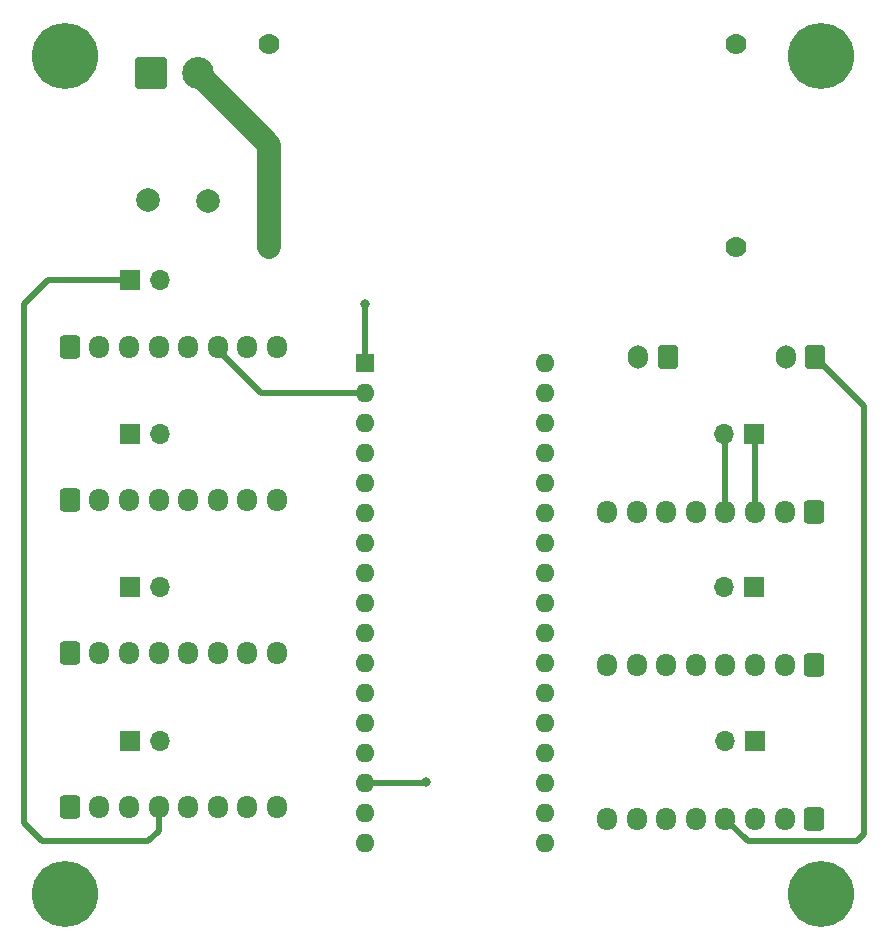
<source format=gbr>
%TF.GenerationSoftware,KiCad,Pcbnew,7.0.2-0*%
%TF.CreationDate,2024-10-30T20:34:35-04:00*%
%TF.ProjectId,motherboard,6d6f7468-6572-4626-9f61-72642e6b6963,rev?*%
%TF.SameCoordinates,Original*%
%TF.FileFunction,Copper,L1,Top*%
%TF.FilePolarity,Positive*%
%FSLAX46Y46*%
G04 Gerber Fmt 4.6, Leading zero omitted, Abs format (unit mm)*
G04 Created by KiCad (PCBNEW 7.0.2-0) date 2024-10-30 20:34:35*
%MOMM*%
%LPD*%
G01*
G04 APERTURE LIST*
G04 Aperture macros list*
%AMRoundRect*
0 Rectangle with rounded corners*
0 $1 Rounding radius*
0 $2 $3 $4 $5 $6 $7 $8 $9 X,Y pos of 4 corners*
0 Add a 4 corners polygon primitive as box body*
4,1,4,$2,$3,$4,$5,$6,$7,$8,$9,$2,$3,0*
0 Add four circle primitives for the rounded corners*
1,1,$1+$1,$2,$3*
1,1,$1+$1,$4,$5*
1,1,$1+$1,$6,$7*
1,1,$1+$1,$8,$9*
0 Add four rect primitives between the rounded corners*
20,1,$1+$1,$2,$3,$4,$5,0*
20,1,$1+$1,$4,$5,$6,$7,0*
20,1,$1+$1,$6,$7,$8,$9,0*
20,1,$1+$1,$8,$9,$2,$3,0*%
G04 Aperture macros list end*
%TA.AperFunction,ComponentPad*%
%ADD10RoundRect,0.250000X0.600000X0.725000X-0.600000X0.725000X-0.600000X-0.725000X0.600000X-0.725000X0*%
%TD*%
%TA.AperFunction,ComponentPad*%
%ADD11O,1.700000X1.950000*%
%TD*%
%TA.AperFunction,ComponentPad*%
%ADD12R,1.700000X1.700000*%
%TD*%
%TA.AperFunction,ComponentPad*%
%ADD13O,1.700000X1.700000*%
%TD*%
%TA.AperFunction,ComponentPad*%
%ADD14RoundRect,0.250000X0.600000X0.750000X-0.600000X0.750000X-0.600000X-0.750000X0.600000X-0.750000X0*%
%TD*%
%TA.AperFunction,ComponentPad*%
%ADD15O,1.700000X2.000000*%
%TD*%
%TA.AperFunction,ComponentPad*%
%ADD16RoundRect,0.250000X-0.600000X-0.725000X0.600000X-0.725000X0.600000X0.725000X-0.600000X0.725000X0*%
%TD*%
%TA.AperFunction,ComponentPad*%
%ADD17C,5.600000*%
%TD*%
%TA.AperFunction,ComponentPad*%
%ADD18C,2.000000*%
%TD*%
%TA.AperFunction,ComponentPad*%
%ADD19C,1.778000*%
%TD*%
%TA.AperFunction,ComponentPad*%
%ADD20RoundRect,0.250001X-1.099999X-1.099999X1.099999X-1.099999X1.099999X1.099999X-1.099999X1.099999X0*%
%TD*%
%TA.AperFunction,ComponentPad*%
%ADD21C,2.700000*%
%TD*%
%TA.AperFunction,ComponentPad*%
%ADD22R,1.600000X1.600000*%
%TD*%
%TA.AperFunction,ComponentPad*%
%ADD23O,1.600000X1.600000*%
%TD*%
%TA.AperFunction,ViaPad*%
%ADD24C,0.800000*%
%TD*%
%TA.AperFunction,Conductor*%
%ADD25C,0.500000*%
%TD*%
%TA.AperFunction,Conductor*%
%ADD26C,2.000000*%
%TD*%
G04 APERTURE END LIST*
D10*
%TO.P,J8,1,Pin_1*%
%TO.N,+5V*%
X110380000Y-88605000D03*
D11*
%TO.P,J8,2,Pin_2*%
%TO.N,GND*%
X107880000Y-88605000D03*
%TO.P,J8,3,Pin_3*%
%TO.N,Net-(J14-Pin_2)*%
X105380000Y-88605000D03*
%TO.P,J8,4,Pin_4*%
%TO.N,Net-(J15-Pin_2)*%
X102880000Y-88605000D03*
%TO.P,J8,5,Pin_5*%
%TO.N,AREF*%
X100380000Y-88605000D03*
%TO.P,J8,6,Pin_6*%
%TO.N,AXIS 1*%
X97880000Y-88605000D03*
%TO.P,J8,7,Pin_7*%
%TO.N,AXIS 2*%
X95380000Y-88605000D03*
%TO.P,J8,8,Pin_8*%
%TO.N,TWIST 1*%
X92880000Y-88605000D03*
%TD*%
D12*
%TO.P,J17,1,Pin_1*%
%TO.N,Net-(J11-Pin_2)*%
X52500000Y-82000000D03*
D13*
%TO.P,J17,2,Pin_2*%
%TO.N,Net-(J12-Pin_1)*%
X55040000Y-82000000D03*
%TD*%
D14*
%TO.P,J10,1,Pin_1*%
%TO.N,Net-(J10-Pin_1)*%
X98000000Y-62500000D03*
D15*
%TO.P,J10,2,Pin_2*%
%TO.N,unconnected-(J10-Pin_2-Pad2)*%
X95500000Y-62500000D03*
%TD*%
D12*
%TO.P,J12,1,Pin_1*%
%TO.N,Net-(J12-Pin_1)*%
X52500000Y-95000000D03*
D13*
%TO.P,J12,2,Pin_2*%
%TO.N,Net-(J12-Pin_2)*%
X55040000Y-95000000D03*
%TD*%
D10*
%TO.P,J9,1,Pin_1*%
%TO.N,+5V*%
X110380000Y-101605000D03*
D11*
%TO.P,J9,2,Pin_2*%
%TO.N,GND*%
X107880000Y-101605000D03*
%TO.P,J9,3,Pin_3*%
%TO.N,Net-(J15-Pin_2)*%
X105380000Y-101605000D03*
%TO.P,J9,4,Pin_4*%
%TO.N,Net-(J16-Pin_2)*%
X102880000Y-101605000D03*
%TO.P,J9,5,Pin_5*%
%TO.N,AREF*%
X100380000Y-101605000D03*
%TO.P,J9,6,Pin_6*%
%TO.N,AXIS 3*%
X97880000Y-101605000D03*
%TO.P,J9,7,Pin_7*%
%TO.N,AXIS 4*%
X95380000Y-101605000D03*
%TO.P,J9,8,Pin_8*%
%TO.N,TWIST 2 {slash} BT12*%
X92880000Y-101605000D03*
%TD*%
D16*
%TO.P,J3,1,Pin_1*%
%TO.N,+5V*%
X47380000Y-74605000D03*
D11*
%TO.P,J3,2,Pin_2*%
%TO.N,GND*%
X49880000Y-74605000D03*
%TO.P,J3,3,Pin_3*%
%TO.N,LED DOUT*%
X52380000Y-74605000D03*
%TO.P,J3,4,Pin_4*%
%TO.N,Net-(J11-Pin_2)*%
X54880000Y-74605000D03*
%TO.P,J3,5,Pin_5*%
%TO.N,BUTTON 1*%
X57380000Y-74605000D03*
%TO.P,J3,6,Pin_6*%
%TO.N,BUTTON 2*%
X59880000Y-74605000D03*
%TO.P,J3,7,Pin_7*%
%TO.N,BUTTON 3*%
X62380000Y-74605000D03*
%TO.P,J3,8,Pin_8*%
%TO.N,BUTTON 4*%
X64880000Y-74605000D03*
%TD*%
D17*
%TO.P,H1,1*%
%TO.N,N/C*%
X47000000Y-37000000D03*
%TD*%
D10*
%TO.P,J4,1,Pin_1*%
%TO.N,+5V*%
X110380000Y-75605000D03*
D11*
%TO.P,J4,2,Pin_2*%
%TO.N,GND*%
X107880000Y-75605000D03*
%TO.P,J4,3,Pin_3*%
%TO.N,Net-(J13-Pin_2)*%
X105380000Y-75605000D03*
%TO.P,J4,4,Pin_4*%
%TO.N,Net-(J14-Pin_2)*%
X102880000Y-75605000D03*
%TO.P,J4,5,Pin_5*%
%TO.N,AREF*%
X100380000Y-75605000D03*
%TO.P,J4,6,Pin_6*%
%TO.N,TRIGGER 1*%
X97880000Y-75605000D03*
%TO.P,J4,7,Pin_7*%
%TO.N,TRIGGER 2*%
X95380000Y-75605000D03*
%TO.P,J4,8,Pin_8*%
%TO.N,BUTTON 11*%
X92880000Y-75605000D03*
%TD*%
D12*
%TO.P,J14,1,Pin_1*%
%TO.N,Net-(J13-Pin_2)*%
X105275000Y-69000000D03*
D13*
%TO.P,J14,2,Pin_2*%
%TO.N,Net-(J14-Pin_2)*%
X102735000Y-69000000D03*
%TD*%
D16*
%TO.P,J5,1,Pin_1*%
%TO.N,+5V*%
X47380000Y-87605000D03*
D11*
%TO.P,J5,2,Pin_2*%
%TO.N,GND*%
X49880000Y-87605000D03*
%TO.P,J5,3,Pin_3*%
%TO.N,Net-(J11-Pin_2)*%
X52380000Y-87605000D03*
%TO.P,J5,4,Pin_4*%
%TO.N,Net-(J12-Pin_1)*%
X54880000Y-87605000D03*
%TO.P,J5,5,Pin_5*%
%TO.N,BUTTON 5*%
X57380000Y-87605000D03*
%TO.P,J5,6,Pin_6*%
%TO.N,BUTTON 6*%
X59880000Y-87605000D03*
%TO.P,J5,7,Pin_7*%
%TO.N,BUTTON 7*%
X62380000Y-87605000D03*
%TO.P,J5,8,Pin_8*%
%TO.N,BUTTON 8*%
X64880000Y-87605000D03*
%TD*%
D18*
%TO.P,F1,1*%
%TO.N,Net-(J1-Pin_1)*%
X53960000Y-49250000D03*
%TO.P,F1,2*%
%TO.N,Net-(U2-IN+)*%
X59040000Y-49260000D03*
%TD*%
D12*
%TO.P,J16,1,Pin_1*%
%TO.N,Net-(J15-Pin_2)*%
X105380000Y-95000000D03*
D13*
%TO.P,J16,2,Pin_2*%
%TO.N,Net-(J16-Pin_2)*%
X102840000Y-95000000D03*
%TD*%
D12*
%TO.P,J13,1,Pin_1*%
%TO.N,Net-(J12-Pin_2)*%
X52500000Y-56000000D03*
D13*
%TO.P,J13,2,Pin_2*%
%TO.N,Net-(J13-Pin_2)*%
X55040000Y-56000000D03*
%TD*%
D17*
%TO.P,H2,1*%
%TO.N,N/C*%
X111000000Y-37000000D03*
%TD*%
D16*
%TO.P,J7,1,Pin_1*%
%TO.N,+5V*%
X47380000Y-61685000D03*
D11*
%TO.P,J7,2,Pin_2*%
%TO.N,GND*%
X49880000Y-61685000D03*
%TO.P,J7,3,Pin_3*%
%TO.N,Net-(J12-Pin_2)*%
X52380000Y-61685000D03*
%TO.P,J7,4,Pin_4*%
%TO.N,Net-(J13-Pin_2)*%
X54880000Y-61685000D03*
%TO.P,J7,5,Pin_5*%
%TO.N,DPAD UP*%
X57380000Y-61685000D03*
%TO.P,J7,6,Pin_6*%
%TO.N,DPAD DOWN*%
X59880000Y-61685000D03*
%TO.P,J7,7,Pin_7*%
%TO.N,DPAD LEFT*%
X62380000Y-61685000D03*
%TO.P,J7,8,Pin_8*%
%TO.N,DPAD RIGHT*%
X64880000Y-61685000D03*
%TD*%
D17*
%TO.P,H4,1*%
%TO.N,N/C*%
X47000000Y-108000000D03*
%TD*%
D19*
%TO.P,U2,1,IN+*%
%TO.N,Net-(U2-IN+)*%
X64271000Y-36033000D03*
%TO.P,U2,2,IN-*%
%TO.N,GND*%
X64271000Y-53178000D03*
%TO.P,U2,3,OUT+*%
%TO.N,+5V*%
X103769000Y-36033000D03*
%TO.P,U2,4,OUT-*%
%TO.N,GND*%
X103769000Y-53178000D03*
%TD*%
D12*
%TO.P,J15,1,Pin_1*%
%TO.N,Net-(J14-Pin_2)*%
X105275000Y-82000000D03*
D13*
%TO.P,J15,2,Pin_2*%
%TO.N,Net-(J15-Pin_2)*%
X102735000Y-82000000D03*
%TD*%
D20*
%TO.P,J1,1,Pin_1*%
%TO.N,Net-(J1-Pin_1)*%
X54242500Y-38450000D03*
D21*
%TO.P,J1,2,Pin_2*%
%TO.N,GND*%
X58202500Y-38450000D03*
%TD*%
D14*
%TO.P,J2,1,Pin_1*%
%TO.N,Net-(J16-Pin_2)*%
X110500000Y-62500000D03*
D15*
%TO.P,J2,2,Pin_2*%
%TO.N,Net-(J10-Pin_1)*%
X108000000Y-62500000D03*
%TD*%
D22*
%TO.P,U1,1,D16*%
%TO.N,DPAD UP*%
X72380000Y-63045000D03*
D23*
%TO.P,U1,2,D17*%
%TO.N,DPAD DOWN*%
X72380000Y-65585000D03*
%TO.P,U1,3,D1/TX*%
%TO.N,BUTTON 1*%
X72380000Y-68125000D03*
%TO.P,U1,4,D0/RX*%
%TO.N,LED DOUT*%
X72380000Y-70665000D03*
%TO.P,U1,5,RESET*%
%TO.N,unconnected-(U1-RESET-Pad5)*%
X72380000Y-73205000D03*
%TO.P,U1,6,GND*%
%TO.N,GND*%
X72380000Y-75745000D03*
%TO.P,U1,7,D2/SDA*%
%TO.N,BUTTON 2*%
X72380000Y-78285000D03*
%TO.P,U1,8,~D3/SCL*%
%TO.N,BUTTON 3*%
X72380000Y-80825000D03*
%TO.P,U1,9,D4/A6*%
%TO.N,BUTTON 4*%
X72380000Y-83365000D03*
%TO.P,U1,10,~D5*%
%TO.N,BUTTON 5*%
X72380000Y-85905000D03*
%TO.P,U1,11,~D6/A7*%
%TO.N,BUTTON 6*%
X72380000Y-88445000D03*
%TO.P,U1,12,D7*%
%TO.N,BUTTON 7*%
X72380000Y-90985000D03*
%TO.P,U1,13,D8/A8*%
%TO.N,BUTTON 8*%
X72380000Y-93525000D03*
%TO.P,U1,14,~D9/A9*%
%TO.N,BUTTON 9*%
X72380000Y-96065000D03*
%TO.P,U1,15,~D10/A10*%
%TO.N,TWIST 1*%
X72380000Y-98605000D03*
%TO.P,U1,16,~D11*%
%TO.N,BUTTON 11*%
X72380000Y-101145000D03*
%TO.P,U1,17,D12/A11*%
%TO.N,TWIST 2 {slash} BT12*%
X72380000Y-103685000D03*
%TO.P,U1,18,~D13*%
%TO.N,BUTTON 10*%
X87620000Y-103685000D03*
%TO.P,U1,19,3V3*%
%TO.N,unconnected-(U1-3V3-Pad19)*%
X87620000Y-101145000D03*
%TO.P,U1,20,AREF*%
%TO.N,AREF*%
X87620000Y-98605000D03*
%TO.P,U1,21,A0/D18*%
%TO.N,AXIS 4*%
X87620000Y-96065000D03*
%TO.P,U1,22,A1/D19*%
%TO.N,AXIS 3*%
X87620000Y-93525000D03*
%TO.P,U1,23,A2/D20*%
%TO.N,AXIS 2*%
X87620000Y-90985000D03*
%TO.P,U1,24,A3/D21*%
%TO.N,AXIS 1*%
X87620000Y-88445000D03*
%TO.P,U1,25,A4/D22*%
%TO.N,TRIGGER 2*%
X87620000Y-85905000D03*
%TO.P,U1,26,A5/D23*%
%TO.N,TRIGGER 1*%
X87620000Y-83365000D03*
%TO.P,U1,27,NC*%
%TO.N,unconnected-(U1-NC-Pad27)*%
X87620000Y-80825000D03*
%TO.P,U1,28,NC*%
%TO.N,unconnected-(U1-NC-Pad28)*%
X87620000Y-78285000D03*
%TO.P,U1,29,+5V*%
%TO.N,+5V*%
X87620000Y-75745000D03*
%TO.P,U1,30,RESET*%
%TO.N,unconnected-(U1-RESET-Pad30)*%
X87620000Y-73205000D03*
%TO.P,U1,31,GND*%
%TO.N,GND*%
X87620000Y-70665000D03*
%TO.P,U1,32,VIN*%
%TO.N,unconnected-(U1-VIN-Pad32)*%
X87620000Y-68125000D03*
%TO.P,U1,33,D14*%
%TO.N,DPAD RIGHT*%
X87620000Y-65585000D03*
%TO.P,U1,34,D15*%
%TO.N,DPAD LEFT*%
X87620000Y-63045000D03*
%TD*%
D12*
%TO.P,J11,1,Pin_1*%
%TO.N,LED DOUT*%
X52500000Y-69000000D03*
D13*
%TO.P,J11,2,Pin_2*%
%TO.N,Net-(J11-Pin_2)*%
X55040000Y-69000000D03*
%TD*%
D16*
%TO.P,J6,1,Pin_1*%
%TO.N,+5V*%
X47380000Y-100605000D03*
D11*
%TO.P,J6,2,Pin_2*%
%TO.N,GND*%
X49880000Y-100605000D03*
%TO.P,J6,3,Pin_3*%
%TO.N,Net-(J12-Pin_1)*%
X52380000Y-100605000D03*
%TO.P,J6,4,Pin_4*%
%TO.N,Net-(J12-Pin_2)*%
X54880000Y-100605000D03*
%TO.P,J6,5,Pin_5*%
%TO.N,BUTTON 9*%
X57380000Y-100605000D03*
%TO.P,J6,6,Pin_6*%
%TO.N,BUTTON 10*%
X59880000Y-100605000D03*
%TO.P,J6,7,Pin_7*%
%TO.N,BUTTON 11*%
X62380000Y-100605000D03*
%TO.P,J6,8,Pin_8*%
%TO.N,TWIST 2 {slash} BT12*%
X64880000Y-100605000D03*
%TD*%
D17*
%TO.P,H3,1*%
%TO.N,N/C*%
X111000000Y-108000000D03*
%TD*%
D24*
%TO.N,DPAD UP*%
X72380000Y-58000000D03*
%TO.N,TWIST 1*%
X77500000Y-98500000D03*
%TD*%
D25*
%TO.N,DPAD UP*%
X72380000Y-58000000D02*
X72380000Y-63045000D01*
%TO.N,DPAD DOWN*%
X72380000Y-65585000D02*
X63585000Y-65585000D01*
X59880000Y-61880000D02*
X59880000Y-61685000D01*
X63585000Y-65585000D02*
X59880000Y-61880000D01*
D26*
%TO.N,GND*%
X58202500Y-38450000D02*
X64271000Y-44518500D01*
X64271000Y-44518500D02*
X64271000Y-53178000D01*
D25*
%TO.N,Net-(J16-Pin_2)*%
X102880000Y-101605000D02*
X104775000Y-103500000D01*
X114630000Y-66630000D02*
X110500000Y-62500000D01*
X114000000Y-103500000D02*
X114630000Y-102870000D01*
X104775000Y-103500000D02*
X114000000Y-103500000D01*
X114630000Y-102870000D02*
X114630000Y-66630000D01*
%TO.N,Net-(J13-Pin_2)*%
X105380000Y-75605000D02*
X105380000Y-69105000D01*
X105380000Y-69105000D02*
X105275000Y-69000000D01*
%TO.N,Net-(J14-Pin_2)*%
X102880000Y-75605000D02*
X102880000Y-69145000D01*
X102880000Y-69145000D02*
X102735000Y-69000000D01*
%TO.N,Net-(J12-Pin_2)*%
X54880000Y-102620000D02*
X54880000Y-100605000D01*
X54000000Y-103500000D02*
X54880000Y-102620000D01*
X52500000Y-56000000D02*
X45500000Y-56000000D01*
X43500000Y-58000000D02*
X43500000Y-102000000D01*
X43500000Y-102000000D02*
X45000000Y-103500000D01*
X45500000Y-56000000D02*
X43500000Y-58000000D01*
X45000000Y-103500000D02*
X54000000Y-103500000D01*
%TO.N,TWIST 1*%
X77395000Y-98605000D02*
X77500000Y-98500000D01*
X72380000Y-98605000D02*
X77395000Y-98605000D01*
%TD*%
M02*

</source>
